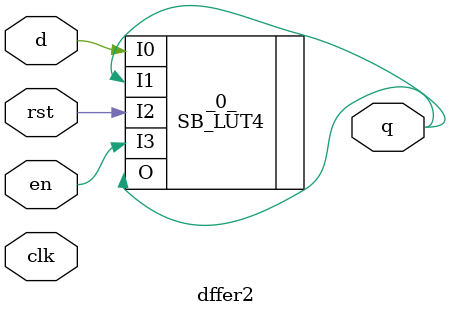
<source format=v>
/* Generated by Yosys 0.7 (git sha1 61f6811, gcc 6.2.0-11ubuntu1 -O2 -fdebug-prefix-map=/build/yosys-OIL3SR/yosys-0.7=. -fstack-protector-strong -fPIC -Os) */

(* top =  1  *)
(* src = "dff-variants.v:57" *)
module dffer2(clk, d, en, rst, q);
  (* src = "dff-variants.v:58" *)
  input clk;
  (* src = "dff-variants.v:58" *)
  input d;
  (* src = "dff-variants.v:58" *)
  input en;
  (* src = "dff-variants.v:59" *)
  output q;
  (* src = "dff-variants.v:58" *)
  input rst;
  (* src = "/usr/bin/../share/yosys/ice40/cells_map.v:51" *)
  SB_LUT4 #(
    .LUT_INIT(16'b0000101000001100)
  ) _0_ (
    .I0(d),
    .I1(q),
    .I2(rst),
    .I3(en),
    .O(q)
  );
endmodule

</source>
